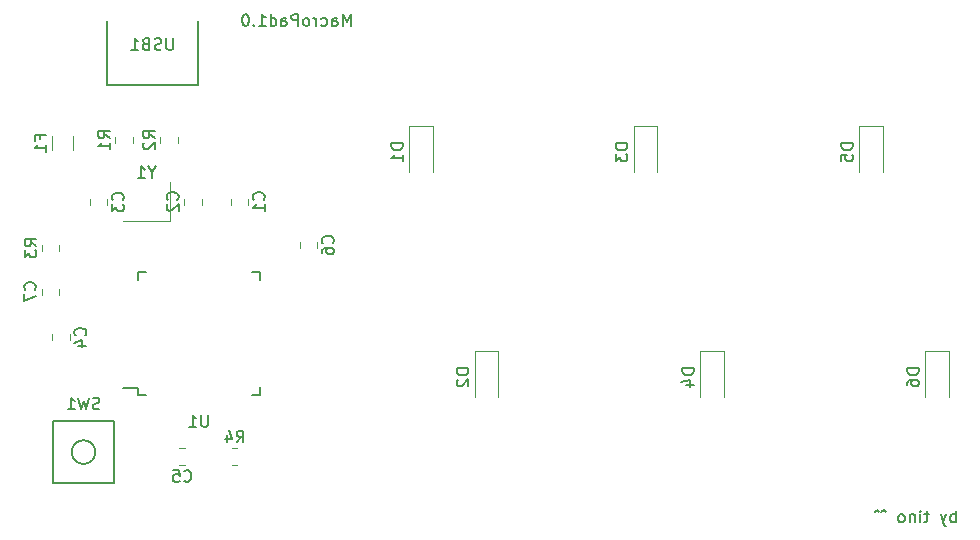
<source format=gbr>
%TF.GenerationSoftware,KiCad,Pcbnew,(6.0.11)*%
%TF.CreationDate,2023-05-27T14:51:32-04:00*%
%TF.ProjectId,MacroPad1.0,4d616372-6f50-4616-9431-2e302e6b6963,rev?*%
%TF.SameCoordinates,Original*%
%TF.FileFunction,Legend,Bot*%
%TF.FilePolarity,Positive*%
%FSLAX46Y46*%
G04 Gerber Fmt 4.6, Leading zero omitted, Abs format (unit mm)*
G04 Created by KiCad (PCBNEW (6.0.11)) date 2023-05-27 14:51:32*
%MOMM*%
%LPD*%
G01*
G04 APERTURE LIST*
%ADD10C,0.150000*%
%ADD11C,0.120000*%
G04 APERTURE END LIST*
D10*
X149407142Y-115768380D02*
X149407142Y-114768380D01*
X149407142Y-115149333D02*
X149311904Y-115101714D01*
X149121428Y-115101714D01*
X149026190Y-115149333D01*
X148978571Y-115196952D01*
X148930952Y-115292190D01*
X148930952Y-115577904D01*
X148978571Y-115673142D01*
X149026190Y-115720761D01*
X149121428Y-115768380D01*
X149311904Y-115768380D01*
X149407142Y-115720761D01*
X148597619Y-115101714D02*
X148359523Y-115768380D01*
X148121428Y-115101714D02*
X148359523Y-115768380D01*
X148454761Y-116006476D01*
X148502380Y-116054095D01*
X148597619Y-116101714D01*
X147121428Y-115101714D02*
X146740476Y-115101714D01*
X146978571Y-114768380D02*
X146978571Y-115625523D01*
X146930952Y-115720761D01*
X146835714Y-115768380D01*
X146740476Y-115768380D01*
X146407142Y-115768380D02*
X146407142Y-115101714D01*
X146407142Y-114768380D02*
X146454761Y-114816000D01*
X146407142Y-114863619D01*
X146359523Y-114816000D01*
X146407142Y-114768380D01*
X146407142Y-114863619D01*
X145930952Y-115101714D02*
X145930952Y-115768380D01*
X145930952Y-115196952D02*
X145883333Y-115149333D01*
X145788095Y-115101714D01*
X145645238Y-115101714D01*
X145550000Y-115149333D01*
X145502380Y-115244571D01*
X145502380Y-115768380D01*
X144883333Y-115768380D02*
X144978571Y-115720761D01*
X145026190Y-115673142D01*
X145073809Y-115577904D01*
X145073809Y-115292190D01*
X145026190Y-115196952D01*
X144978571Y-115149333D01*
X144883333Y-115101714D01*
X144740476Y-115101714D01*
X144645238Y-115149333D01*
X144597619Y-115196952D01*
X144550000Y-115292190D01*
X144550000Y-115577904D01*
X144597619Y-115673142D01*
X144645238Y-115720761D01*
X144740476Y-115768380D01*
X144883333Y-115768380D01*
X143502380Y-114863619D02*
X143311904Y-114720761D01*
X143121428Y-114863619D01*
X142930952Y-114863619D02*
X142740476Y-114720761D01*
X142550000Y-114863619D01*
X98170428Y-73731380D02*
X98170428Y-72731380D01*
X97837095Y-73445666D01*
X97503761Y-72731380D01*
X97503761Y-73731380D01*
X96599000Y-73731380D02*
X96599000Y-73207571D01*
X96646619Y-73112333D01*
X96741857Y-73064714D01*
X96932333Y-73064714D01*
X97027571Y-73112333D01*
X96599000Y-73683761D02*
X96694238Y-73731380D01*
X96932333Y-73731380D01*
X97027571Y-73683761D01*
X97075190Y-73588523D01*
X97075190Y-73493285D01*
X97027571Y-73398047D01*
X96932333Y-73350428D01*
X96694238Y-73350428D01*
X96599000Y-73302809D01*
X95694238Y-73683761D02*
X95789476Y-73731380D01*
X95979952Y-73731380D01*
X96075190Y-73683761D01*
X96122809Y-73636142D01*
X96170428Y-73540904D01*
X96170428Y-73255190D01*
X96122809Y-73159952D01*
X96075190Y-73112333D01*
X95979952Y-73064714D01*
X95789476Y-73064714D01*
X95694238Y-73112333D01*
X95265666Y-73731380D02*
X95265666Y-73064714D01*
X95265666Y-73255190D02*
X95218047Y-73159952D01*
X95170428Y-73112333D01*
X95075190Y-73064714D01*
X94979952Y-73064714D01*
X94503761Y-73731380D02*
X94599000Y-73683761D01*
X94646619Y-73636142D01*
X94694238Y-73540904D01*
X94694238Y-73255190D01*
X94646619Y-73159952D01*
X94599000Y-73112333D01*
X94503761Y-73064714D01*
X94360904Y-73064714D01*
X94265666Y-73112333D01*
X94218047Y-73159952D01*
X94170428Y-73255190D01*
X94170428Y-73540904D01*
X94218047Y-73636142D01*
X94265666Y-73683761D01*
X94360904Y-73731380D01*
X94503761Y-73731380D01*
X93741857Y-73731380D02*
X93741857Y-72731380D01*
X93360904Y-72731380D01*
X93265666Y-72779000D01*
X93218047Y-72826619D01*
X93170428Y-72921857D01*
X93170428Y-73064714D01*
X93218047Y-73159952D01*
X93265666Y-73207571D01*
X93360904Y-73255190D01*
X93741857Y-73255190D01*
X92313285Y-73731380D02*
X92313285Y-73207571D01*
X92360904Y-73112333D01*
X92456142Y-73064714D01*
X92646619Y-73064714D01*
X92741857Y-73112333D01*
X92313285Y-73683761D02*
X92408523Y-73731380D01*
X92646619Y-73731380D01*
X92741857Y-73683761D01*
X92789476Y-73588523D01*
X92789476Y-73493285D01*
X92741857Y-73398047D01*
X92646619Y-73350428D01*
X92408523Y-73350428D01*
X92313285Y-73302809D01*
X91408523Y-73731380D02*
X91408523Y-72731380D01*
X91408523Y-73683761D02*
X91503761Y-73731380D01*
X91694238Y-73731380D01*
X91789476Y-73683761D01*
X91837095Y-73636142D01*
X91884714Y-73540904D01*
X91884714Y-73255190D01*
X91837095Y-73159952D01*
X91789476Y-73112333D01*
X91694238Y-73064714D01*
X91503761Y-73064714D01*
X91408523Y-73112333D01*
X90408523Y-73731380D02*
X90979952Y-73731380D01*
X90694238Y-73731380D02*
X90694238Y-72731380D01*
X90789476Y-72874238D01*
X90884714Y-72969476D01*
X90979952Y-73017095D01*
X89979952Y-73636142D02*
X89932333Y-73683761D01*
X89979952Y-73731380D01*
X90027571Y-73683761D01*
X89979952Y-73636142D01*
X89979952Y-73731380D01*
X89313285Y-72731380D02*
X89218047Y-72731380D01*
X89122809Y-72779000D01*
X89075190Y-72826619D01*
X89027571Y-72921857D01*
X88979952Y-73112333D01*
X88979952Y-73350428D01*
X89027571Y-73540904D01*
X89075190Y-73636142D01*
X89122809Y-73683761D01*
X89218047Y-73731380D01*
X89313285Y-73731380D01*
X89408523Y-73683761D01*
X89456142Y-73636142D01*
X89503761Y-73540904D01*
X89551380Y-73350428D01*
X89551380Y-73112333D01*
X89503761Y-72921857D01*
X89456142Y-72826619D01*
X89408523Y-72779000D01*
X89313285Y-72731380D01*
%TO.C,R4*%
X88527666Y-109006630D02*
X88861000Y-108530440D01*
X89099095Y-109006630D02*
X89099095Y-108006630D01*
X88718142Y-108006630D01*
X88622904Y-108054250D01*
X88575285Y-108101869D01*
X88527666Y-108197107D01*
X88527666Y-108339964D01*
X88575285Y-108435202D01*
X88622904Y-108482821D01*
X88718142Y-108530440D01*
X89099095Y-108530440D01*
X87670523Y-108339964D02*
X87670523Y-109006630D01*
X87908619Y-107959011D02*
X88146714Y-108673297D01*
X87527666Y-108673297D01*
%TO.C,C6*%
X96652142Y-92130583D02*
X96699761Y-92082964D01*
X96747380Y-91940107D01*
X96747380Y-91844869D01*
X96699761Y-91702011D01*
X96604523Y-91606773D01*
X96509285Y-91559154D01*
X96318809Y-91511535D01*
X96175952Y-91511535D01*
X95985476Y-91559154D01*
X95890238Y-91606773D01*
X95795000Y-91702011D01*
X95747380Y-91844869D01*
X95747380Y-91940107D01*
X95795000Y-92082964D01*
X95842619Y-92130583D01*
X95747380Y-92987726D02*
X95747380Y-92797250D01*
X95795000Y-92702011D01*
X95842619Y-92654392D01*
X95985476Y-92559154D01*
X96175952Y-92511535D01*
X96556904Y-92511535D01*
X96652142Y-92559154D01*
X96699761Y-92606773D01*
X96747380Y-92702011D01*
X96747380Y-92892488D01*
X96699761Y-92987726D01*
X96652142Y-93035345D01*
X96556904Y-93082964D01*
X96318809Y-93082964D01*
X96223571Y-93035345D01*
X96175952Y-92987726D01*
X96128333Y-92892488D01*
X96128333Y-92702011D01*
X96175952Y-92606773D01*
X96223571Y-92559154D01*
X96318809Y-92511535D01*
%TO.C,D3*%
X121610630Y-83685154D02*
X120610630Y-83685154D01*
X120610630Y-83923250D01*
X120658250Y-84066107D01*
X120753488Y-84161345D01*
X120848726Y-84208964D01*
X121039202Y-84256583D01*
X121182059Y-84256583D01*
X121372535Y-84208964D01*
X121467773Y-84161345D01*
X121563011Y-84066107D01*
X121610630Y-83923250D01*
X121610630Y-83685154D01*
X120610630Y-84589916D02*
X120610630Y-85208964D01*
X120991583Y-84875630D01*
X120991583Y-85018488D01*
X121039202Y-85113726D01*
X121086821Y-85161345D01*
X121182059Y-85208964D01*
X121420154Y-85208964D01*
X121515392Y-85161345D01*
X121563011Y-85113726D01*
X121610630Y-85018488D01*
X121610630Y-84732773D01*
X121563011Y-84637535D01*
X121515392Y-84589916D01*
%TO.C,C2*%
X83513142Y-88447583D02*
X83560761Y-88399964D01*
X83608380Y-88257107D01*
X83608380Y-88161869D01*
X83560761Y-88019011D01*
X83465523Y-87923773D01*
X83370285Y-87876154D01*
X83179809Y-87828535D01*
X83036952Y-87828535D01*
X82846476Y-87876154D01*
X82751238Y-87923773D01*
X82656000Y-88019011D01*
X82608380Y-88161869D01*
X82608380Y-88257107D01*
X82656000Y-88399964D01*
X82703619Y-88447583D01*
X82703619Y-88828535D02*
X82656000Y-88876154D01*
X82608380Y-88971392D01*
X82608380Y-89209488D01*
X82656000Y-89304726D01*
X82703619Y-89352345D01*
X82798857Y-89399964D01*
X82894095Y-89399964D01*
X83036952Y-89352345D01*
X83608380Y-88780916D01*
X83608380Y-89399964D01*
%TO.C,C3*%
X78872142Y-88479333D02*
X78919761Y-88431714D01*
X78967380Y-88288857D01*
X78967380Y-88193619D01*
X78919761Y-88050761D01*
X78824523Y-87955523D01*
X78729285Y-87907904D01*
X78538809Y-87860285D01*
X78395952Y-87860285D01*
X78205476Y-87907904D01*
X78110238Y-87955523D01*
X78015000Y-88050761D01*
X77967380Y-88193619D01*
X77967380Y-88288857D01*
X78015000Y-88431714D01*
X78062619Y-88479333D01*
X77967380Y-88812666D02*
X77967380Y-89431714D01*
X78348333Y-89098380D01*
X78348333Y-89241238D01*
X78395952Y-89336476D01*
X78443571Y-89384095D01*
X78538809Y-89431714D01*
X78776904Y-89431714D01*
X78872142Y-89384095D01*
X78919761Y-89336476D01*
X78967380Y-89241238D01*
X78967380Y-88955523D01*
X78919761Y-88860285D01*
X78872142Y-88812666D01*
%TO.C,D1*%
X102592380Y-83685154D02*
X101592380Y-83685154D01*
X101592380Y-83923250D01*
X101640000Y-84066107D01*
X101735238Y-84161345D01*
X101830476Y-84208964D01*
X102020952Y-84256583D01*
X102163809Y-84256583D01*
X102354285Y-84208964D01*
X102449523Y-84161345D01*
X102544761Y-84066107D01*
X102592380Y-83923250D01*
X102592380Y-83685154D01*
X102592380Y-85208964D02*
X102592380Y-84637535D01*
X102592380Y-84923250D02*
X101592380Y-84923250D01*
X101735238Y-84828011D01*
X101830476Y-84732773D01*
X101878095Y-84637535D01*
%TO.C,D6*%
X146280380Y-102735154D02*
X145280380Y-102735154D01*
X145280380Y-102973250D01*
X145328000Y-103116107D01*
X145423238Y-103211345D01*
X145518476Y-103258964D01*
X145708952Y-103306583D01*
X145851809Y-103306583D01*
X146042285Y-103258964D01*
X146137523Y-103211345D01*
X146232761Y-103116107D01*
X146280380Y-102973250D01*
X146280380Y-102735154D01*
X145280380Y-104163726D02*
X145280380Y-103973250D01*
X145328000Y-103878011D01*
X145375619Y-103830392D01*
X145518476Y-103735154D01*
X145708952Y-103687535D01*
X146089904Y-103687535D01*
X146185142Y-103735154D01*
X146232761Y-103782773D01*
X146280380Y-103878011D01*
X146280380Y-104068488D01*
X146232761Y-104163726D01*
X146185142Y-104211345D01*
X146089904Y-104258964D01*
X145851809Y-104258964D01*
X145756571Y-104211345D01*
X145708952Y-104163726D01*
X145661333Y-104068488D01*
X145661333Y-103878011D01*
X145708952Y-103782773D01*
X145756571Y-103735154D01*
X145851809Y-103687535D01*
%TO.C,R3*%
X71573380Y-92384583D02*
X71097190Y-92051250D01*
X71573380Y-91813154D02*
X70573380Y-91813154D01*
X70573380Y-92194107D01*
X70621000Y-92289345D01*
X70668619Y-92336964D01*
X70763857Y-92384583D01*
X70906714Y-92384583D01*
X71001952Y-92336964D01*
X71049571Y-92289345D01*
X71097190Y-92194107D01*
X71097190Y-91813154D01*
X70573380Y-92717916D02*
X70573380Y-93336964D01*
X70954333Y-93003630D01*
X70954333Y-93146488D01*
X71001952Y-93241726D01*
X71049571Y-93289345D01*
X71144809Y-93336964D01*
X71382904Y-93336964D01*
X71478142Y-93289345D01*
X71525761Y-93241726D01*
X71573380Y-93146488D01*
X71573380Y-92860773D01*
X71525761Y-92765535D01*
X71478142Y-92717916D01*
%TO.C,R1*%
X77796380Y-83240583D02*
X77320190Y-82907250D01*
X77796380Y-82669154D02*
X76796380Y-82669154D01*
X76796380Y-83050107D01*
X76844000Y-83145345D01*
X76891619Y-83192964D01*
X76986857Y-83240583D01*
X77129714Y-83240583D01*
X77224952Y-83192964D01*
X77272571Y-83145345D01*
X77320190Y-83050107D01*
X77320190Y-82669154D01*
X77796380Y-84192964D02*
X77796380Y-83621535D01*
X77796380Y-83907250D02*
X76796380Y-83907250D01*
X76939238Y-83812011D01*
X77034476Y-83716773D01*
X77082095Y-83621535D01*
%TO.C,D2*%
X108148630Y-102735154D02*
X107148630Y-102735154D01*
X107148630Y-102973250D01*
X107196250Y-103116107D01*
X107291488Y-103211345D01*
X107386726Y-103258964D01*
X107577202Y-103306583D01*
X107720059Y-103306583D01*
X107910535Y-103258964D01*
X108005773Y-103211345D01*
X108101011Y-103116107D01*
X108148630Y-102973250D01*
X108148630Y-102735154D01*
X107243869Y-103687535D02*
X107196250Y-103735154D01*
X107148630Y-103830392D01*
X107148630Y-104068488D01*
X107196250Y-104163726D01*
X107243869Y-104211345D01*
X107339107Y-104258964D01*
X107434345Y-104258964D01*
X107577202Y-104211345D01*
X108148630Y-103639916D01*
X108148630Y-104258964D01*
%TO.C,C4*%
X75697142Y-99943583D02*
X75744761Y-99895964D01*
X75792380Y-99753107D01*
X75792380Y-99657869D01*
X75744761Y-99515011D01*
X75649523Y-99419773D01*
X75554285Y-99372154D01*
X75363809Y-99324535D01*
X75220952Y-99324535D01*
X75030476Y-99372154D01*
X74935238Y-99419773D01*
X74840000Y-99515011D01*
X74792380Y-99657869D01*
X74792380Y-99753107D01*
X74840000Y-99895964D01*
X74887619Y-99943583D01*
X75125714Y-100800726D02*
X75792380Y-100800726D01*
X74744761Y-100562630D02*
X75459047Y-100324535D01*
X75459047Y-100943583D01*
%TO.C,F1*%
X71895571Y-83327916D02*
X71895571Y-82994583D01*
X72419380Y-82994583D02*
X71419380Y-82994583D01*
X71419380Y-83470773D01*
X72419380Y-84375535D02*
X72419380Y-83804107D01*
X72419380Y-84089821D02*
X71419380Y-84089821D01*
X71562238Y-83994583D01*
X71657476Y-83899345D01*
X71705095Y-83804107D01*
%TO.C,C1*%
X90810142Y-88447583D02*
X90857761Y-88399964D01*
X90905380Y-88257107D01*
X90905380Y-88161869D01*
X90857761Y-88019011D01*
X90762523Y-87923773D01*
X90667285Y-87876154D01*
X90476809Y-87828535D01*
X90333952Y-87828535D01*
X90143476Y-87876154D01*
X90048238Y-87923773D01*
X89953000Y-88019011D01*
X89905380Y-88161869D01*
X89905380Y-88257107D01*
X89953000Y-88399964D01*
X90000619Y-88447583D01*
X90905380Y-89399964D02*
X90905380Y-88828535D01*
X90905380Y-89114250D02*
X89905380Y-89114250D01*
X90048238Y-89019011D01*
X90143476Y-88923773D01*
X90191095Y-88828535D01*
%TO.C,C5*%
X84082666Y-112241392D02*
X84130285Y-112289011D01*
X84273142Y-112336630D01*
X84368380Y-112336630D01*
X84511238Y-112289011D01*
X84606476Y-112193773D01*
X84654095Y-112098535D01*
X84701714Y-111908059D01*
X84701714Y-111765202D01*
X84654095Y-111574726D01*
X84606476Y-111479488D01*
X84511238Y-111384250D01*
X84368380Y-111336630D01*
X84273142Y-111336630D01*
X84130285Y-111384250D01*
X84082666Y-111431869D01*
X83177904Y-111336630D02*
X83654095Y-111336630D01*
X83701714Y-111812821D01*
X83654095Y-111765202D01*
X83558857Y-111717583D01*
X83320761Y-111717583D01*
X83225523Y-111765202D01*
X83177904Y-111812821D01*
X83130285Y-111908059D01*
X83130285Y-112146154D01*
X83177904Y-112241392D01*
X83225523Y-112289011D01*
X83320761Y-112336630D01*
X83558857Y-112336630D01*
X83654095Y-112289011D01*
X83701714Y-112241392D01*
%TO.C,SW1*%
X76898333Y-106164011D02*
X76755476Y-106211630D01*
X76517380Y-106211630D01*
X76422142Y-106164011D01*
X76374523Y-106116392D01*
X76326904Y-106021154D01*
X76326904Y-105925916D01*
X76374523Y-105830678D01*
X76422142Y-105783059D01*
X76517380Y-105735440D01*
X76707857Y-105687821D01*
X76803095Y-105640202D01*
X76850714Y-105592583D01*
X76898333Y-105497345D01*
X76898333Y-105402107D01*
X76850714Y-105306869D01*
X76803095Y-105259250D01*
X76707857Y-105211630D01*
X76469761Y-105211630D01*
X76326904Y-105259250D01*
X75993571Y-105211630D02*
X75755476Y-106211630D01*
X75565000Y-105497345D01*
X75374523Y-106211630D01*
X75136428Y-105211630D01*
X74231666Y-106211630D02*
X74803095Y-106211630D01*
X74517380Y-106211630D02*
X74517380Y-105211630D01*
X74612619Y-105354488D01*
X74707857Y-105449726D01*
X74803095Y-105497345D01*
%TO.C,D4*%
X127230380Y-102735154D02*
X126230380Y-102735154D01*
X126230380Y-102973250D01*
X126278000Y-103116107D01*
X126373238Y-103211345D01*
X126468476Y-103258964D01*
X126658952Y-103306583D01*
X126801809Y-103306583D01*
X126992285Y-103258964D01*
X127087523Y-103211345D01*
X127182761Y-103116107D01*
X127230380Y-102973250D01*
X127230380Y-102735154D01*
X126563714Y-104163726D02*
X127230380Y-104163726D01*
X126182761Y-103925630D02*
X126897047Y-103687535D01*
X126897047Y-104306583D01*
%TO.C,USB1*%
X83145095Y-74766880D02*
X83145095Y-75576404D01*
X83097476Y-75671642D01*
X83049857Y-75719261D01*
X82954619Y-75766880D01*
X82764142Y-75766880D01*
X82668904Y-75719261D01*
X82621285Y-75671642D01*
X82573666Y-75576404D01*
X82573666Y-74766880D01*
X82145095Y-75719261D02*
X82002238Y-75766880D01*
X81764142Y-75766880D01*
X81668904Y-75719261D01*
X81621285Y-75671642D01*
X81573666Y-75576404D01*
X81573666Y-75481166D01*
X81621285Y-75385928D01*
X81668904Y-75338309D01*
X81764142Y-75290690D01*
X81954619Y-75243071D01*
X82049857Y-75195452D01*
X82097476Y-75147833D01*
X82145095Y-75052595D01*
X82145095Y-74957357D01*
X82097476Y-74862119D01*
X82049857Y-74814500D01*
X81954619Y-74766880D01*
X81716523Y-74766880D01*
X81573666Y-74814500D01*
X80811761Y-75243071D02*
X80668904Y-75290690D01*
X80621285Y-75338309D01*
X80573666Y-75433547D01*
X80573666Y-75576404D01*
X80621285Y-75671642D01*
X80668904Y-75719261D01*
X80764142Y-75766880D01*
X81145095Y-75766880D01*
X81145095Y-74766880D01*
X80811761Y-74766880D01*
X80716523Y-74814500D01*
X80668904Y-74862119D01*
X80621285Y-74957357D01*
X80621285Y-75052595D01*
X80668904Y-75147833D01*
X80716523Y-75195452D01*
X80811761Y-75243071D01*
X81145095Y-75243071D01*
X79621285Y-75766880D02*
X80192714Y-75766880D01*
X79907000Y-75766880D02*
X79907000Y-74766880D01*
X80002238Y-74909738D01*
X80097476Y-75004976D01*
X80192714Y-75052595D01*
%TO.C,D5*%
X140692380Y-83685154D02*
X139692380Y-83685154D01*
X139692380Y-83923250D01*
X139740000Y-84066107D01*
X139835238Y-84161345D01*
X139930476Y-84208964D01*
X140120952Y-84256583D01*
X140263809Y-84256583D01*
X140454285Y-84208964D01*
X140549523Y-84161345D01*
X140644761Y-84066107D01*
X140692380Y-83923250D01*
X140692380Y-83685154D01*
X139692380Y-85161345D02*
X139692380Y-84685154D01*
X140168571Y-84637535D01*
X140120952Y-84685154D01*
X140073333Y-84780392D01*
X140073333Y-85018488D01*
X140120952Y-85113726D01*
X140168571Y-85161345D01*
X140263809Y-85208964D01*
X140501904Y-85208964D01*
X140597142Y-85161345D01*
X140644761Y-85113726D01*
X140692380Y-85018488D01*
X140692380Y-84780392D01*
X140644761Y-84685154D01*
X140597142Y-84637535D01*
%TO.C,U1*%
X86105904Y-106692630D02*
X86105904Y-107502154D01*
X86058285Y-107597392D01*
X86010666Y-107645011D01*
X85915428Y-107692630D01*
X85724952Y-107692630D01*
X85629714Y-107645011D01*
X85582095Y-107597392D01*
X85534476Y-107502154D01*
X85534476Y-106692630D01*
X84534476Y-107692630D02*
X85105904Y-107692630D01*
X84820190Y-107692630D02*
X84820190Y-106692630D01*
X84915428Y-106835488D01*
X85010666Y-106930726D01*
X85105904Y-106978345D01*
%TO.C,R2*%
X81606380Y-83240583D02*
X81130190Y-82907250D01*
X81606380Y-82669154D02*
X80606380Y-82669154D01*
X80606380Y-83050107D01*
X80654000Y-83145345D01*
X80701619Y-83192964D01*
X80796857Y-83240583D01*
X80939714Y-83240583D01*
X81034952Y-83192964D01*
X81082571Y-83145345D01*
X81130190Y-83050107D01*
X81130190Y-82669154D01*
X80701619Y-83621535D02*
X80654000Y-83669154D01*
X80606380Y-83764392D01*
X80606380Y-84002488D01*
X80654000Y-84097726D01*
X80701619Y-84145345D01*
X80796857Y-84192964D01*
X80892095Y-84192964D01*
X81034952Y-84145345D01*
X81606380Y-83573916D01*
X81606380Y-84192964D01*
%TO.C,C7*%
X71448142Y-96067583D02*
X71495761Y-96019964D01*
X71543380Y-95877107D01*
X71543380Y-95781869D01*
X71495761Y-95639011D01*
X71400523Y-95543773D01*
X71305285Y-95496154D01*
X71114809Y-95448535D01*
X70971952Y-95448535D01*
X70781476Y-95496154D01*
X70686238Y-95543773D01*
X70591000Y-95639011D01*
X70543380Y-95781869D01*
X70543380Y-95877107D01*
X70591000Y-96019964D01*
X70638619Y-96067583D01*
X70543380Y-96400916D02*
X70543380Y-97067583D01*
X71543380Y-96639011D01*
%TO.C,Y1*%
X81375190Y-86140440D02*
X81375190Y-86616630D01*
X81708523Y-85616630D02*
X81375190Y-86140440D01*
X81041857Y-85616630D01*
X80184714Y-86616630D02*
X80756142Y-86616630D01*
X80470428Y-86616630D02*
X80470428Y-85616630D01*
X80565666Y-85759488D01*
X80660904Y-85854726D01*
X80756142Y-85902345D01*
D11*
%TO.C,R4*%
X88588064Y-109469250D02*
X88133936Y-109469250D01*
X88588064Y-110939250D02*
X88133936Y-110939250D01*
%TO.C,C6*%
X93880000Y-92558502D02*
X93880000Y-92035998D01*
X95350000Y-92558502D02*
X95350000Y-92035998D01*
%TO.C,D3*%
X122158250Y-82173250D02*
X122158250Y-86073250D01*
X124158250Y-82173250D02*
X124158250Y-86073250D01*
X122158250Y-82173250D02*
X124158250Y-82173250D01*
%TO.C,C2*%
X84101000Y-88352998D02*
X84101000Y-88875502D01*
X85571000Y-88352998D02*
X85571000Y-88875502D01*
%TO.C,C3*%
X77570000Y-88907252D02*
X77570000Y-88384748D01*
X76100000Y-88907252D02*
X76100000Y-88384748D01*
%TO.C,D1*%
X103140000Y-82173250D02*
X105140000Y-82173250D01*
X105140000Y-82173250D02*
X105140000Y-86073250D01*
X103140000Y-82173250D02*
X103140000Y-86073250D01*
%TO.C,D6*%
X146828000Y-101223250D02*
X148828000Y-101223250D01*
X146828000Y-101223250D02*
X146828000Y-105123250D01*
X148828000Y-101223250D02*
X148828000Y-105123250D01*
%TO.C,R3*%
X73506000Y-92324186D02*
X73506000Y-92778314D01*
X72036000Y-92324186D02*
X72036000Y-92778314D01*
%TO.C,R1*%
X79729000Y-83180186D02*
X79729000Y-83634314D01*
X78259000Y-83180186D02*
X78259000Y-83634314D01*
%TO.C,D2*%
X108696250Y-101223250D02*
X108696250Y-105123250D01*
X110696250Y-101223250D02*
X110696250Y-105123250D01*
X108696250Y-101223250D02*
X110696250Y-101223250D01*
%TO.C,C4*%
X72925000Y-100371502D02*
X72925000Y-99848998D01*
X74395000Y-100371502D02*
X74395000Y-99848998D01*
%TO.C,F1*%
X74697000Y-83059186D02*
X74697000Y-84263314D01*
X72877000Y-83059186D02*
X72877000Y-84263314D01*
%TO.C,C1*%
X88038000Y-88875502D02*
X88038000Y-88352998D01*
X89508000Y-88875502D02*
X89508000Y-88352998D01*
%TO.C,C5*%
X83654748Y-109469250D02*
X84177252Y-109469250D01*
X83654748Y-110939250D02*
X84177252Y-110939250D01*
D10*
%TO.C,SW1*%
X78165000Y-112423250D02*
X78165000Y-107223250D01*
X78165000Y-107223250D02*
X72965000Y-107223250D01*
X72965000Y-107223250D02*
X72965000Y-112423250D01*
X72965000Y-112423250D02*
X78165000Y-112423250D01*
X76565000Y-109823250D02*
G75*
G03*
X76565000Y-109823250I-1000000J0D01*
G01*
D11*
%TO.C,D4*%
X127778000Y-101223250D02*
X127778000Y-105123250D01*
X127778000Y-101223250D02*
X129778000Y-101223250D01*
X129778000Y-101223250D02*
X129778000Y-105123250D01*
D10*
%TO.C,USB1*%
X77557000Y-73282500D02*
X77557000Y-78732500D01*
X77557000Y-78732500D02*
X85257000Y-78732500D01*
X85257000Y-73282500D02*
X85257000Y-78732500D01*
D11*
%TO.C,D5*%
X143240000Y-82173250D02*
X143240000Y-86073250D01*
X141240000Y-82173250D02*
X143240000Y-82173250D01*
X141240000Y-82173250D02*
X141240000Y-86073250D01*
D10*
%TO.C,U1*%
X80169000Y-94615250D02*
X80844000Y-94615250D01*
X90519000Y-94615250D02*
X89844000Y-94615250D01*
X80169000Y-104965250D02*
X80169000Y-104390250D01*
X80169000Y-104965250D02*
X80844000Y-104965250D01*
X80169000Y-104390250D02*
X78894000Y-104390250D01*
X90519000Y-104965250D02*
X89844000Y-104965250D01*
X80169000Y-94615250D02*
X80169000Y-95290250D01*
X90519000Y-94615250D02*
X90519000Y-95290250D01*
X90519000Y-104965250D02*
X90519000Y-104290250D01*
D11*
%TO.C,R2*%
X83539000Y-83180186D02*
X83539000Y-83634314D01*
X82069000Y-83180186D02*
X82069000Y-83634314D01*
%TO.C,C7*%
X73506000Y-95972998D02*
X73506000Y-96495502D01*
X72036000Y-95972998D02*
X72036000Y-96495502D01*
%TO.C,Y1*%
X82899000Y-86964250D02*
X82899000Y-90264250D01*
X82899000Y-90264250D02*
X78899000Y-90264250D01*
%TD*%
M02*

</source>
